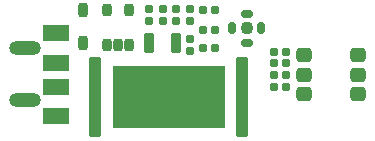
<source format=gbs>
G04*
G04 #@! TF.GenerationSoftware,Altium Limited,Altium Designer,21.6.4 (81)*
G04*
G04 Layer_Color=16711935*
%FSLAX24Y24*%
%MOIN*%
G70*
G04*
G04 #@! TF.SameCoordinates,18F95803-63CF-49D0-9880-B3B199DA49BA*
G04*
G04*
G04 #@! TF.FilePolarity,Negative*
G04*
G01*
G75*
G04:AMPARAMS|DCode=47|XSize=28mil|YSize=28mil|CornerRadius=9mil|HoleSize=0mil|Usage=FLASHONLY|Rotation=180.000|XOffset=0mil|YOffset=0mil|HoleType=Round|Shape=RoundedRectangle|*
%AMROUNDEDRECTD47*
21,1,0.0280,0.0100,0,0,180.0*
21,1,0.0100,0.0280,0,0,180.0*
1,1,0.0180,-0.0050,0.0050*
1,1,0.0180,0.0050,0.0050*
1,1,0.0180,0.0050,-0.0050*
1,1,0.0180,-0.0050,-0.0050*
%
%ADD47ROUNDEDRECTD47*%
G04:AMPARAMS|DCode=48|XSize=28mil|YSize=28mil|CornerRadius=9mil|HoleSize=0mil|Usage=FLASHONLY|Rotation=270.000|XOffset=0mil|YOffset=0mil|HoleType=Round|Shape=RoundedRectangle|*
%AMROUNDEDRECTD48*
21,1,0.0280,0.0100,0,0,270.0*
21,1,0.0100,0.0280,0,0,270.0*
1,1,0.0180,-0.0050,-0.0050*
1,1,0.0180,-0.0050,0.0050*
1,1,0.0180,0.0050,0.0050*
1,1,0.0180,0.0050,-0.0050*
%
%ADD48ROUNDEDRECTD48*%
G04:AMPARAMS|DCode=56|XSize=31.6mil|YSize=43mil|CornerRadius=9.9mil|HoleSize=0mil|Usage=FLASHONLY|Rotation=180.000|XOffset=0mil|YOffset=0mil|HoleType=Round|Shape=RoundedRectangle|*
%AMROUNDEDRECTD56*
21,1,0.0316,0.0232,0,0,180.0*
21,1,0.0118,0.0430,0,0,180.0*
1,1,0.0198,-0.0059,0.0116*
1,1,0.0198,0.0059,0.0116*
1,1,0.0198,0.0059,-0.0116*
1,1,0.0198,-0.0059,-0.0116*
%
%ADD56ROUNDEDRECTD56*%
%ADD57O,0.1064X0.0474*%
%ADD73R,0.0867X0.0552*%
G04:AMPARAMS|DCode=74|XSize=33mil|YSize=48mil|CornerRadius=10.3mil|HoleSize=0mil|Usage=FLASHONLY|Rotation=0.000|XOffset=0mil|YOffset=0mil|HoleType=Round|Shape=RoundedRectangle|*
%AMROUNDEDRECTD74*
21,1,0.0330,0.0275,0,0,0.0*
21,1,0.0125,0.0480,0,0,0.0*
1,1,0.0205,0.0063,-0.0138*
1,1,0.0205,-0.0063,-0.0138*
1,1,0.0205,-0.0063,0.0138*
1,1,0.0205,0.0063,0.0138*
%
%ADD74ROUNDEDRECTD74*%
%ADD75R,0.3780X0.2080*%
G04:AMPARAMS|DCode=76|XSize=268mil|YSize=43mil|CornerRadius=12.8mil|HoleSize=0mil|Usage=FLASHONLY|Rotation=90.000|XOffset=0mil|YOffset=0mil|HoleType=Round|Shape=RoundedRectangle|*
%AMROUNDEDRECTD76*
21,1,0.2680,0.0175,0,0,90.0*
21,1,0.2425,0.0430,0,0,90.0*
1,1,0.0255,0.0088,0.1213*
1,1,0.0255,0.0088,-0.1213*
1,1,0.0255,-0.0088,-0.1213*
1,1,0.0255,-0.0088,0.1213*
%
%ADD76ROUNDEDRECTD76*%
G04:AMPARAMS|DCode=77|XSize=35.6mil|YSize=67.1mil|CornerRadius=10.9mil|HoleSize=0mil|Usage=FLASHONLY|Rotation=0.000|XOffset=0mil|YOffset=0mil|HoleType=Round|Shape=RoundedRectangle|*
%AMROUNDEDRECTD77*
21,1,0.0356,0.0453,0,0,0.0*
21,1,0.0138,0.0671,0,0,0.0*
1,1,0.0218,0.0069,-0.0226*
1,1,0.0218,-0.0069,-0.0226*
1,1,0.0218,-0.0069,0.0226*
1,1,0.0218,0.0069,0.0226*
%
%ADD77ROUNDEDRECTD77*%
G04:AMPARAMS|DCode=78|XSize=52mil|YSize=48mil|CornerRadius=14mil|HoleSize=0mil|Usage=FLASHONLY|Rotation=0.000|XOffset=0mil|YOffset=0mil|HoleType=Round|Shape=RoundedRectangle|*
%AMROUNDEDRECTD78*
21,1,0.0520,0.0200,0,0,0.0*
21,1,0.0240,0.0480,0,0,0.0*
1,1,0.0280,0.0120,-0.0100*
1,1,0.0280,-0.0120,-0.0100*
1,1,0.0280,-0.0120,0.0100*
1,1,0.0280,0.0120,0.0100*
%
%ADD78ROUNDEDRECTD78*%
%ADD79C,0.0434*%
G04:AMPARAMS|DCode=80|XSize=25.7mil|YSize=37.5mil|CornerRadius=8.4mil|HoleSize=0mil|Usage=FLASHONLY|Rotation=90.000|XOffset=0mil|YOffset=0mil|HoleType=Round|Shape=RoundedRectangle|*
%AMROUNDEDRECTD80*
21,1,0.0257,0.0207,0,0,90.0*
21,1,0.0089,0.0375,0,0,90.0*
1,1,0.0169,0.0103,0.0044*
1,1,0.0169,0.0103,-0.0044*
1,1,0.0169,-0.0103,-0.0044*
1,1,0.0169,-0.0103,0.0044*
%
%ADD80ROUNDEDRECTD80*%
G04:AMPARAMS|DCode=81|XSize=25.7mil|YSize=37.5mil|CornerRadius=8.4mil|HoleSize=0mil|Usage=FLASHONLY|Rotation=0.000|XOffset=0mil|YOffset=0mil|HoleType=Round|Shape=RoundedRectangle|*
%AMROUNDEDRECTD81*
21,1,0.0257,0.0207,0,0,0.0*
21,1,0.0089,0.0375,0,0,0.0*
1,1,0.0169,0.0044,-0.0103*
1,1,0.0169,-0.0044,-0.0103*
1,1,0.0169,-0.0044,0.0103*
1,1,0.0169,0.0044,0.0103*
%
%ADD81ROUNDEDRECTD81*%
D47*
X16400Y14500D02*
D03*
Y14900D02*
D03*
Y13900D02*
D03*
Y13500D02*
D03*
X15050Y14500D02*
D03*
Y14900D02*
D03*
X15500D02*
D03*
Y14500D02*
D03*
X15950D02*
D03*
Y14900D02*
D03*
D48*
X16850Y14850D02*
D03*
X17250D02*
D03*
Y13600D02*
D03*
X16850D02*
D03*
Y14200D02*
D03*
X17250D02*
D03*
X19200Y13450D02*
D03*
X19600D02*
D03*
X19200Y12700D02*
D03*
X19600D02*
D03*
X19200Y12300D02*
D03*
X19600D02*
D03*
X19200Y13100D02*
D03*
X19600D02*
D03*
D56*
X13626Y13709D02*
D03*
X14000D02*
D03*
X14374D02*
D03*
Y14849D02*
D03*
X13626D02*
D03*
D57*
X10900Y13600D02*
D03*
Y11860D02*
D03*
D73*
X11930Y14090D02*
D03*
Y13110D02*
D03*
Y12310D02*
D03*
Y11340D02*
D03*
D74*
X12850Y13750D02*
D03*
Y14850D02*
D03*
D75*
X15700Y11950D02*
D03*
D76*
X18150D02*
D03*
X13250D02*
D03*
D77*
X15047Y13750D02*
D03*
X15953D02*
D03*
D78*
X20200Y12050D02*
D03*
Y13350D02*
D03*
X22000D02*
D03*
Y12050D02*
D03*
X20200Y12700D02*
D03*
X22000D02*
D03*
D79*
X18300Y14250D02*
D03*
D80*
X18300Y14732D02*
D03*
Y13769D02*
D03*
D81*
X17818Y14250D02*
D03*
X18781D02*
D03*
M02*

</source>
